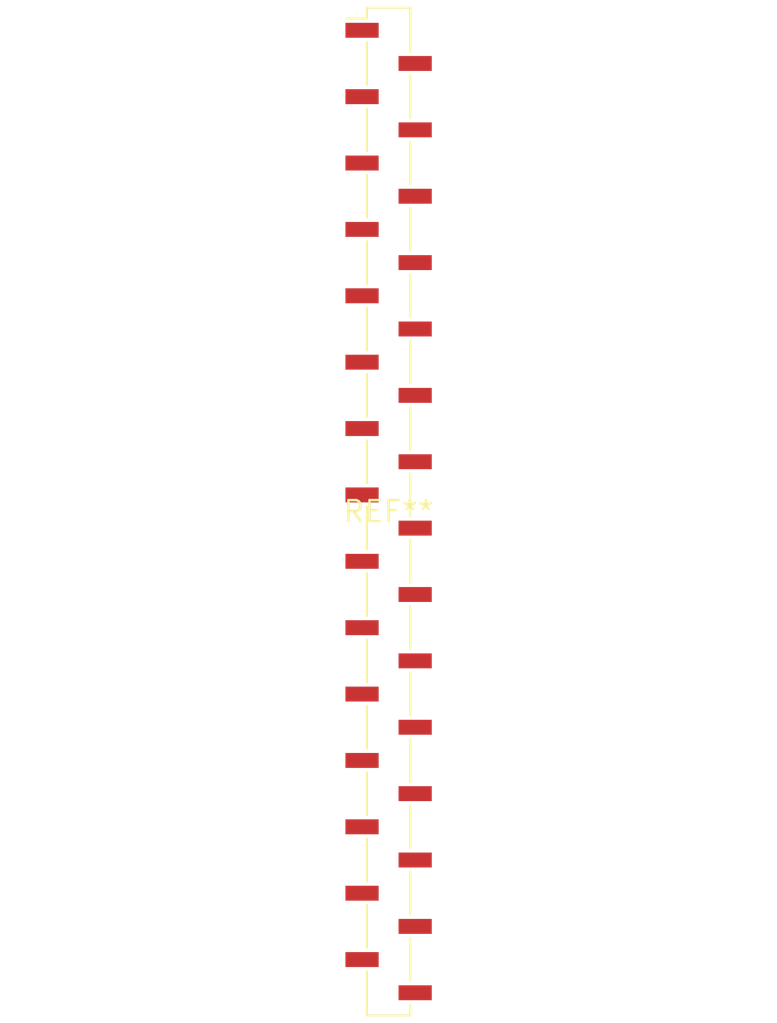
<source format=kicad_pcb>
(kicad_pcb (version 20240108) (generator pcbnew)
  (layers (0 "F.Cu" signal) (31 "B.Cu" signal) (34 "B.Paste" user) (35 "F.Paste" user) (36 "B.SilkS" user "B.Silkscreen") (37 "F.SilkS" user "F.Silkscreen") (38 "B.Mask" user) (39 "F.Mask" user) (44 "Edge.Cuts" user))
  (net 0 "")
  (footprint "PinSocket_1x30_P2.00mm_Vertical_SMD_Pin1Left" (layer "F.Cu") (at 0 0)
    (property "Reference" "REF**")
    (property "Value" "PinSocket_1x30_P2.00mm_Vertical_SMD_Pin1Left")
    (fp_line (start -2.54 -29.71) (end -1.31 -29.71) (layer "F.SilkS") (stroke (width 0.12)))
    (fp_line (start -1.31 -30.36) (end -1.31 -29.71) (layer "F.SilkS") (stroke (width 0.12)))
    (fp_line (start -1.31 -30.36) (end 1.31 -30.36) (layer "F.SilkS") (stroke (width 0.12)))
    (fp_line (start -1.31 -28.29) (end -1.31 -25.71) (layer "F.SilkS") (stroke (width 0.12)))
    (fp_line (start -1.31 -24.29) (end -1.31 -21.71) (layer "F.SilkS") (stroke (width 0.12)))
    (fp_line (start -1.31 -20.29) (end -1.31 -17.71) (layer "F.SilkS") (stroke (width 0.12)))
    (fp_line (start -1.31 -16.29) (end -1.31 -13.71) (layer "F.SilkS") (stroke (width 0.12)))
    (fp_line (start -1.31 -12.29) (end -1.31 -9.71) (layer "F.SilkS") (stroke (width 0.12)))
    (fp_line (start -1.31 -8.29) (end -1.31 -5.71) (layer "F.SilkS") (stroke (width 0.12)))
    (fp_line (start -1.31 -4.29) (end -1.31 -1.71) (layer "F.SilkS") (stroke (width 0.12)))
    (fp_line (start -1.31 -0.29) (end -1.31 2.29) (layer "F.SilkS") (stroke (width 0.12)))
    (fp_line (start -1.31 3.71) (end -1.31 6.29) (layer "F.SilkS") (stroke (width 0.12)))
    (fp_line (start -1.31 7.71) (end -1.31 10.29) (layer "F.SilkS") (stroke (width 0.12)))
    (fp_line (start -1.31 11.71) (end -1.31 14.29) (layer "F.SilkS") (stroke (width 0.12)))
    (fp_line (start -1.31 15.71) (end -1.31 18.29) (layer "F.SilkS") (stroke (width 0.12)))
    (fp_line (start -1.31 19.71) (end -1.31 22.29) (layer "F.SilkS") (stroke (width 0.12)))
    (fp_line (start -1.31 23.71) (end -1.31 26.29) (layer "F.SilkS") (stroke (width 0.12)))
    (fp_line (start -1.31 27.71) (end -1.31 30.36) (layer "F.SilkS") (stroke (width 0.12)))
    (fp_line (start -1.31 30.36) (end 1.31 30.36) (layer "F.SilkS") (stroke (width 0.12)))
    (fp_line (start 1.31 -30.36) (end 1.31 -27.71) (layer "F.SilkS") (stroke (width 0.12)))
    (fp_line (start 1.31 -26.29) (end 1.31 -23.71) (layer "F.SilkS") (stroke (width 0.12)))
    (fp_line (start 1.31 -22.29) (end 1.31 -19.71) (layer "F.SilkS") (stroke (width 0.12)))
    (fp_line (start 1.31 -18.29) (end 1.31 -15.71) (layer "F.SilkS") (stroke (width 0.12)))
    (fp_line (start 1.31 -14.29) (end 1.31 -11.71) (layer "F.SilkS") (stroke (width 0.12)))
    (fp_line (start 1.31 -10.29) (end 1.31 -7.71) (layer "F.SilkS") (stroke (width 0.12)))
    (fp_line (start 1.31 -6.29) (end 1.31 -3.71) (layer "F.SilkS") (stroke (width 0.12)))
    (fp_line (start 1.31 -2.29) (end 1.31 0.29) (layer "F.SilkS") (stroke (width 0.12)))
    (fp_line (start 1.31 1.71) (end 1.31 4.29) (layer "F.SilkS") (stroke (width 0.12)))
    (fp_line (start 1.31 5.71) (end 1.31 8.29) (layer "F.SilkS") (stroke (width 0.12)))
    (fp_line (start 1.31 9.71) (end 1.31 12.29) (layer "F.SilkS") (stroke (width 0.12)))
    (fp_line (start 1.31 13.71) (end 1.31 16.29) (layer "F.SilkS") (stroke (width 0.12)))
    (fp_line (start 1.31 17.71) (end 1.31 20.29) (layer "F.SilkS") (stroke (width 0.12)))
    (fp_line (start 1.31 21.71) (end 1.31 24.29) (layer "F.SilkS") (stroke (width 0.12)))
    (fp_line (start 1.31 25.71) (end 1.31 28.29) (layer "F.SilkS") (stroke (width 0.12)))
    (fp_line (start 1.31 29.71) (end 1.31 30.36) (layer "F.SilkS") (stroke (width 0.12)))
    (pad "1" smd rect (at -1.6 -29) (size 2 0.9) (layers "F.Cu" "F.Paste" "F.Mask"))
    (pad "2" smd rect (at 1.6 -27) (size 2 0.9) (layers "F.Cu" "F.Paste" "F.Mask"))
    (pad "3" smd rect (at -1.6 -25) (size 2 0.9) (layers "F.Cu" "F.Paste" "F.Mask"))
    (pad "4" smd rect (at 1.6 -23) (size 2 0.9) (layers "F.Cu" "F.Paste" "F.Mask"))
    (pad "5" smd rect (at -1.6 -21) (size 2 0.9) (layers "F.Cu" "F.Paste" "F.Mask"))
    (pad "6" smd rect (at 1.6 -19) (size 2 0.9) (layers "F.Cu" "F.Paste" "F.Mask"))
    (pad "7" smd rect (at -1.6 -17) (size 2 0.9) (layers "F.Cu" "F.Paste" "F.Mask"))
    (pad "8" smd rect (at 1.6 -15) (size 2 0.9) (layers "F.Cu" "F.Paste" "F.Mask"))
    (pad "9" smd rect (at -1.6 -13) (size 2 0.9) (layers "F.Cu" "F.Paste" "F.Mask"))
    (pad "10" smd rect (at 1.6 -11) (size 2 0.9) (layers "F.Cu" "F.Paste" "F.Mask"))
    (pad "11" smd rect (at -1.6 -9) (size 2 0.9) (layers "F.Cu" "F.Paste" "F.Mask"))
    (pad "12" smd rect (at 1.6 -7) (size 2 0.9) (layers "F.Cu" "F.Paste" "F.Mask"))
    (pad "13" smd rect (at -1.6 -5) (size 2 0.9) (layers "F.Cu" "F.Paste" "F.Mask"))
    (pad "14" smd rect (at 1.6 -3) (size 2 0.9) (layers "F.Cu" "F.Paste" "F.Mask"))
    (pad "15" smd rect (at -1.6 -1) (size 2 0.9) (layers "F.Cu" "F.Paste" "F.Mask"))
    (pad "16" smd rect (at 1.6 1) (size 2 0.9) (layers "F.Cu" "F.Paste" "F.Mask"))
    (pad "17" smd rect (at -1.6 3) (size 2 0.9) (layers "F.Cu" "F.Paste" "F.Mask"))
    (pad "18" smd rect (at 1.6 5) (size 2 0.9) (layers "F.Cu" "F.Paste" "F.Mask"))
    (pad "19" smd rect (at -1.6 7) (size 2 0.9) (layers "F.Cu" "F.Paste" "F.Mask"))
    (pad "20" smd rect (at 1.6 9) (size 2 0.9) (layers "F.Cu" "F.Paste" "F.Mask"))
    (pad "21" smd rect (at -1.6 11) (size 2 0.9) (layers "F.Cu" "F.Paste" "F.Mask"))
    (pad "22" smd rect (at 1.6 13) (size 2 0.9) (layers "F.Cu" "F.Paste" "F.Mask"))
    (pad "23" smd rect (at -1.6 15) (size 2 0.9) (layers "F.Cu" "F.Paste" "F.Mask"))
    (pad "24" smd rect (at 1.6 17) (size 2 0.9) (layers "F.Cu" "F.Paste" "F.Mask"))
    (pad "25" smd rect (at -1.6 19) (size 2 0.9) (layers "F.Cu" "F.Paste" "F.Mask"))
    (pad "26" smd rect (at 1.6 21) (size 2 0.9) (layers "F.Cu" "F.Paste" "F.Mask"))
    (pad "27" smd rect (at -1.6 23) (size 2 0.9) (layers "F.Cu" "F.Paste" "F.Mask"))
    (pad "28" smd rect (at 1.6 25) (size 2 0.9) (layers "F.Cu" "F.Paste" "F.Mask"))
    (pad "29" smd rect (at -1.6 27) (size 2 0.9) (layers "F.Cu" "F.Paste" "F.Mask"))
    (pad "30" smd rect (at 1.6 29) (size 2 0.9) (layers "F.Cu" "F.Paste" "F.Mask"))
  )
)
</source>
